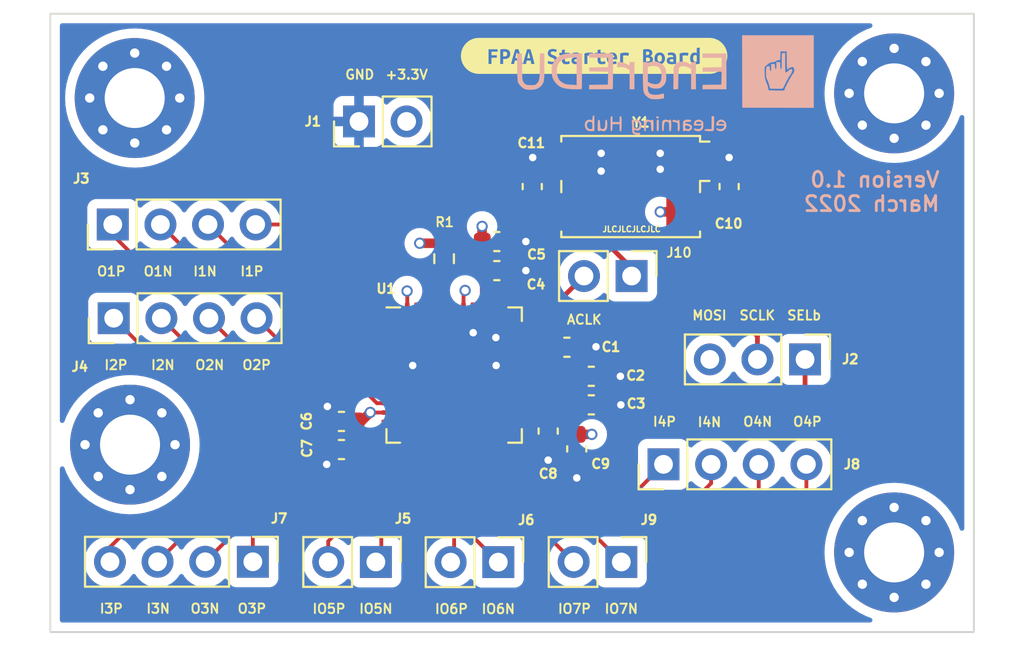
<source format=kicad_pcb>
(kicad_pcb (version 20211014) (generator pcbnew)
  (layers (0 "F.Cu" signal) (1 "In1.Cu" power) (2 "In2.Cu" signal) (31 "B.Cu" power) (34 "B.Paste" user) (35 "F.Paste" user) (36 "B.SilkS" user "B.Silkscreen") (37 "F.SilkS" user "F.Silkscreen") (38 "B.Mask" user) (39 "F.Mask" user) (44 "Edge.Cuts" user))
  (net 0 "")
  (net 1 "/VREFN")
  (net 2 "GND")
  (net 3 "/VMR")
  (net 4 "/VREFP")
  (net 5 "+3V3")
  (net 6 "/SELb")
  (net 7 "/SCLK")
  (net 8 "/MOSI")
  (net 9 "/O1P")
  (net 10 "/O1N")
  (net 11 "/I1N")
  (net 12 "/I1P")
  (net 13 "/I2P")
  (net 14 "/I2N")
  (net 15 "/O2N")
  (net 16 "/O2P")
  (net 17 "/IO5N")
  (net 18 "/IO5P")
  (net 19 "/IO6N")
  (net 20 "/IO6P")
  (net 21 "/O3P")
  (net 22 "/O3N")
  (net 23 "/I3N")
  (net 24 "/I3P")
  (net 25 "/I4P")
  (net 26 "/I4N")
  (net 27 "/O4N")
  (net 28 "/O4P")
  (net 29 "/IO7N")
  (net 30 "/IO7P")
  (net 31 "Net-(R1-Pad2)")
  (net 37 "/ACLK")
  (net 42 "Net-(C11-Pad1)")
  (footprint "MountingHole:MountingHole_3.2mm_M3_Pad_Via" (layer "F.Cu") (at 146.5 93)
    (fp_text reference "H3" hide)
    (fp_text value "MountingHole_Pad")
    (pad "1" thru_hole circle locked (at 1.697056 -1.697056) (size 0.8 0.8) (drill 0.5) (layers *.Cu *.Mask))
    (pad "1" thru_hole circle locked (at -1.697056 1.697056) (size 0.8 0.8) (drill 0.5) (layers *.Cu *.Mask))
    (pad "1" thru_hole circle locked (at 0 0) (size 6.4 6.4) (drill 3.2) (layers *.Cu *.Mask))
    (pad "1" thru_hole circle locked (at -1.697056 -1.697056) (size 0.8 0.8) (drill 0.5) (layers *.Cu *.Mask))
    (pad "1" thru_hole circle locked (at 0 -2.4) (size 0.8 0.8) (drill 0.5) (layers *.Cu *.Mask))
    (pad "1" thru_hole circle locked (at 1.697056 1.697056) (size 0.8 0.8) (drill 0.5) (layers *.Cu *.Mask))
    (pad "1" thru_hole circle locked (at -2.4 0) (size 0.8 0.8) (drill 0.5) (layers *.Cu *.Mask))
    (pad "1" thru_hole circle locked (at 2.4 0) (size 0.8 0.8) (drill 0.5) (layers *.Cu *.Mask))
    (pad "1" thru_hole circle locked (at 0 2.4) (size 0.8 0.8) (drill 0.5) (layers *.Cu *.Mask))
  )
  (footprint "Capacitor_SMD:C_0603_1608Metric" (layer "F.Cu") (at 128.05 111.025 -90)
    (fp_text reference "C8" (at 2.275 0) (layer "F.SilkS") (effects (font (size 0.5 0.5) (thickness 0.12))))
    (fp_text value "100nF")
    (pad "1" smd roundrect locked (at -0.775 0 270) (size 0.9 0.95) (layers "F.Cu" "F.Paste" "F.Mask") (net 5 "+3V3"))
    (pad "2" smd roundrect locked (at 0.775 0 270) (size 0.9 0.95) (layers "F.Cu" "F.Paste" "F.Mask") (net 2 "GND"))
  )
  (footprint "Capacitor_SMD:C_0603_1608Metric" (layer "F.Cu") (at 129.05 106.55)
    (fp_text reference "C1" (at 2.35 -0.015) (layer "F.SilkS") (effects (font (size 0.5 0.5) (thickness 0.12))))
    (fp_text value "100nF")
    (pad "1" smd roundrect locked (at -0.775 0) (size 0.9 0.95) (layers "F.Cu" "F.Paste" "F.Mask") (net 1 "/VREFN"))
    (pad "2" smd roundrect locked (at 0.775 0) (size 0.9 0.95) (layers "F.Cu" "F.Paste" "F.Mask") (net 2 "GND"))
  )
  (footprint "Connector_PinHeader_2.54mm:PinHeader_1x04_P2.54mm_Vertical" (layer "F.Cu") (at 104.88 105 90)
    (fp_text reference "J4" (at -2.59 -1.81 180) (layer "F.SilkS") (effects (font (size 0.5 0.5) (thickness 0.12))))
    (fp_text value "IO2 Connector")
    (pad "1" thru_hole rect locked (at 0 0 90) (size 1.7 1.7) (drill 1) (layers *.Cu *.Mask) (net 13 "/I2P"))
    (pad "2" thru_hole oval locked (at 0 2.54 90) (size 1.7 1.7) (drill 1) (layers *.Cu *.Mask) (net 14 "/I2N"))
    (pad "3" thru_hole oval locked (at 0 5.08 90) (size 1.7 1.7) (drill 1) (layers *.Cu *.Mask) (net 15 "/O2N"))
    (pad "4" thru_hole oval locked (at 0 7.62 90) (size 1.7 1.7) (drill 1) (layers *.Cu *.Mask) (net 16 "/O2P"))
  )
  (footprint "MountingHole:MountingHole_3.2mm_M3_Pad_Via" (layer "F.Cu") (at 106 93.25)
    (fp_text reference "H2" hide)
    (fp_text value "MountingHole_Pad")
    (pad "1" thru_hole circle locked (at -2.4 0) (size 0.8 0.8) (drill 0.5) (layers *.Cu *.Mask))
    (pad "1" thru_hole circle locked (at -1.697056 1.697056) (size 0.8 0.8) (drill 0.5) (layers *.Cu *.Mask))
    (pad "1" thru_hole circle locked (at 0 2.4) (size 0.8 0.8) (drill 0.5) (layers *.Cu *.Mask))
    (pad "1" thru_hole circle locked (at 1.697056 -1.697056) (size 0.8 0.8) (drill 0.5) (layers *.Cu *.Mask))
    (pad "1" thru_hole circle locked (at 1.697056 1.697056) (size 0.8 0.8) (drill 0.5) (layers *.Cu *.Mask))
    (pad "1" thru_hole circle locked (at 0 -2.4) (size 0.8 0.8) (drill 0.5) (layers *.Cu *.Mask))
    (pad "1" thru_hole circle locked (at 0 0) (size 6.4 6.4) (drill 3.2) (layers *.Cu *.Mask))
    (pad "1" thru_hole circle locked (at -1.697056 -1.697056) (size 0.8 0.8) (drill 0.5) (layers *.Cu *.Mask))
    (pad "1" thru_hole circle locked (at 2.4 0) (size 0.8 0.8) (drill 0.5) (layers *.Cu *.Mask))
  )
  (footprint "Connector_PinHeader_2.54mm:PinHeader_1x02_P2.54mm_Vertical" (layer "F.Cu") (at 118.86 118.01 -90)
    (fp_text reference "J5" (at -2.31 -1.45 180) (layer "F.SilkS") (effects (font (size 0.5 0.5) (thickness 0.12))))
    (fp_text value "IO5 Connector")
    (pad "1" thru_hole rect locked (at 0 0 270) (size 1.7 1.7) (drill 1) (layers *.Cu *.Mask) (net 17 "/IO5N"))
    (pad "2" thru_hole oval locked (at 0 2.54 270) (size 1.7 1.7) (drill 1) (layers *.Cu *.Mask) (net 18 "/IO5P"))
  )
  (footprint "Connector_PinHeader_2.54mm:PinHeader_1x02_P2.54mm_Vertical" (layer "F.Cu") (at 117.96 94.5 90)
    (fp_text reference "J1" (at 0 -2.46 180) (layer "F.SilkS") (effects (font (size 0.5 0.5) (thickness 0.12))))
    (fp_text value "Power Connector")
    (pad "1" thru_hole rect locked (at 0 0 90) (size 1.7 1.7) (drill 1) (layers *.Cu *.Mask) (net 2 "GND"))
    (pad "2" thru_hole oval locked (at 0 2.54 90) (size 1.7 1.7) (drill 1) (layers *.Cu *.Mask) (net 5 "+3V3"))
  )
  (footprint "Capacitor_SMD:C_0603_1608Metric" (layer "F.Cu") (at 130.35 109.625)
    (fp_text reference "C3" (at 2.39 -0.065) (layer "F.SilkS") (effects (font (size 0.5 0.5) (thickness 0.12))))
    (fp_text value "100nF")
    (pad "1" smd roundrect locked (at -0.775 0) (size 0.9 0.95) (layers "F.Cu" "F.Paste" "F.Mask") (net 4 "/VREFP"))
    (pad "2" smd roundrect locked (at 0.775 0) (size 0.9 0.95) (layers "F.Cu" "F.Paste" "F.Mask") (net 2 "GND"))
  )
  (footprint "MountingHole:MountingHole_3.2mm_M3_Pad_Via" (layer "F.Cu") (at 146.5 117.5)
    (fp_text reference "H4" hide)
    (fp_text value "MountingHole_Pad")
    (pad "1" thru_hole circle locked (at 2.4 0) (size 0.8 0.8) (drill 0.5) (layers *.Cu *.Mask))
    (pad "1" thru_hole circle locked (at 0 -2.4) (size 0.8 0.8) (drill 0.5) (layers *.Cu *.Mask))
    (pad "1" thru_hole circle locked (at 0 0) (size 6.4 6.4) (drill 3.2) (layers *.Cu *.Mask))
    (pad "1" thru_hole circle locked (at -1.697056 1.697056) (size 0.8 0.8) (drill 0.5) (layers *.Cu *.Mask))
    (pad "1" thru_hole circle locked (at 0 2.4) (size 0.8 0.8) (drill 0.5) (layers *.Cu *.Mask))
    (pad "1" thru_hole circle locked (at -1.697056 -1.697056) (size 0.8 0.8) (drill 0.5) (layers *.Cu *.Mask))
    (pad "1" thru_hole circle locked (at 1.697056 -1.697056) (size 0.8 0.8) (drill 0.5) (layers *.Cu *.Mask))
    (pad "1" thru_hole circle locked (at -2.4 0) (size 0.8 0.8) (drill 0.5) (layers *.Cu *.Mask))
    (pad "1" thru_hole circle locked (at 1.697056 1.697056) (size 0.8 0.8) (drill 0.5) (layers *.Cu *.Mask))
  )
  (footprint "Connector_PinHeader_2.54mm:PinHeader_1x02_P2.54mm_Vertical" (layer "F.Cu") (at 131.95 118.01 -90)
    (fp_text reference "J9" (at -2.25 -1.47 180) (layer "F.SilkS") (effects (font (size 0.5 0.5) (thickness 0.12))))
    (fp_text value "IO7 Connector")
    (pad "1" thru_hole rect locked (at 0 0 270) (size 1.7 1.7) (drill 1) (layers *.Cu *.Mask) (net 29 "/IO7N"))
    (pad "2" thru_hole oval locked (at 0 2.54 270) (size 1.7 1.7) (drill 1) (layers *.Cu *.Mask) (net 30 "/IO7P"))
  )
  (footprint "Connector_PinHeader_2.54mm:PinHeader_1x04_P2.54mm_Vertical" (layer "F.Cu") (at 112.3 118 -90)
    (fp_text reference "J7" (at -2.31 -1.4 180) (layer "F.SilkS") (effects (font (size 0.5 0.5) (thickness 0.12))))
    (fp_text value "IO3 Connector")
    (pad "1" thru_hole rect locked (at 0 0 270) (size 1.7 1.7) (drill 1) (layers *.Cu *.Mask) (net 21 "/O3P"))
    (pad "2" thru_hole oval locked (at 0 2.54 270) (size 1.7 1.7) (drill 1) (layers *.Cu *.Mask) (net 22 "/O3N"))
    (pad "3" thru_hole oval locked (at 0 5.08 270) (size 1.7 1.7) (drill 1) (layers *.Cu *.Mask) (net 23 "/I3N"))
    (pad "4" thru_hole oval locked (at 0 7.62 270) (size 1.7 1.7) (drill 1) (layers *.Cu *.Mask) (net 24 "/I3P"))
  )
  (footprint "Connector_PinHeader_2.54mm:PinHeader_1x03_P2.54mm_Vertical" (layer "F.Cu") (at 141.75 107.2 -90)
    (fp_text reference "J2" (at -0.01 -2.41 180) (layer "F.SilkS") (effects (font (size 0.5 0.5) (thickness 0.12))))
    (fp_text value "SPI Connector")
    (pad "1" thru_hole rect locked (at 0 0 270) (size 1.7 1.7) (drill 1) (layers *.Cu *.Mask) (net 6 "/SELb"))
    (pad "2" thru_hole oval locked (at 0 2.54 270) (size 1.7 1.7) (drill 1) (layers *.Cu *.Mask) (net 7 "/SCLK"))
    (pad "3" thru_hole oval locked (at 0 5.08 270) (size 1.7 1.7) (drill 1) (layers *.Cu *.Mask) (net 8 "/MOSI"))
  )
  (footprint "Capacitor_SMD:C_0603_1608Metric" (layer "F.Cu") (at 129.575 111.975 -90)
    (fp_text reference "C9" (at 0.8 -1.275) (layer "F.SilkS") (effects (font (size 0.5 0.5) (thickness 0.12))))
    (fp_text value "10nF")
    (pad "1" smd roundrect locked (at -0.775 0 270) (size 0.9 0.95) (layers "F.Cu" "F.Paste" "F.Mask") (net 5 "+3V3"))
    (pad "2" smd roundrect locked (at 0.775 0 270) (size 0.9 0.95) (layers "F.Cu" "F.Paste" "F.Mask") (net 2 "GND"))
  )
  (footprint "Connector_PinHeader_2.54mm:PinHeader_1x02_P2.54mm_Vertical" (layer "F.Cu") (at 132.5 102.75 -90)
    (fp_text reference "J10" (at -1.25 -2.525 180) (layer "F.SilkS") (effects (font (size 0.5 0.5) (thickness 0.1))))
    (fp_text value "ACLK Connector")
    (pad "1" thru_hole rect locked (at 0 0 270) (size 1.7 1.7) (drill 1) (layers *.Cu *.Mask) (net 42 "Net-(C11-Pad1)"))
    (pad "2" thru_hole oval locked (at 0 2.54 270) (size 1.7 1.7) (drill 1) (layers *.Cu *.Mask) (net 37 "/ACLK"))
  )
  (footprint "Capacitor_SMD:C_0603_1608Metric" (layer "F.Cu") (at 117.025 112.01 180)
    (fp_text reference "C7" (at 1.835 0.06 270) (layer "F.SilkS") (effects (font (size 0.5 0.5) (thickness 0.12))))
    (fp_text value "10nF")
    (pad "1" smd roundrect locked (at -0.775 0 180) (size 0.9 0.95) (layers "F.Cu" "F.Paste" "F.Mask") (net 5 "+3V3"))
    (pad "2" smd roundrect locked (at 0.775 0 180) (size 0.9 0.95) (layers "F.Cu" "F.Paste" "F.Mask") (net 2 "GND"))
  )
  (footprint "Capacitor_SMD:C_0603_1608Metric" (layer "F.Cu") (at 125.31 102.46)
    (fp_text reference "C4" (at 2.09 0.74) (layer "F.SilkS") (effects (font (size 0.5 0.5) (thickness 0.12))))
    (fp_text value "100nF")
    (pad "1" smd roundrect locked (at -0.775 0) (size 0.9 0.95) (layers "F.Cu" "F.Paste" "F.Mask") (net 5 "+3V3"))
    (pad "2" smd roundrect locked (at 0.775 0) (size 0.9 0.95) (layers "F.Cu" "F.Paste" "F.Mask") (net 2 "GND"))
  )
  (footprint "Capacitor_SMD:C_0603_1608Metric" (layer "F.Cu") (at 117.025 110.51 180)
    (fp_text reference "C6" (at 1.86 0.01 270) (layer "F.SilkS") (effects (font (size 0.5 0.5) (thickness 0.12))))
    (fp_text value "100nF")
    (pad "1" smd roundrect locked (at -0.775 0 180) (size 0.9 0.95) (layers "F.Cu" "F.Paste" "F.Mask") (net 5 "+3V3"))
    (pad "2" smd roundrect locked (at 0.775 0 180) (size 0.9 0.95) (layers "F.Cu" "F.Paste" "F.Mask") (net 2 "GND"))
  )
  (footprint "Capacitor_SMD:C_0603_1608Metric" (layer "F.Cu") (at 125.31 100.91)
    (fp_text reference "C5" (at 2.115 0.69) (layer "F.SilkS") (effects (font (size 0.5 0.5) (thickness 0.12))))
    (fp_text value "10nF")
    (pad "1" smd roundrect locked (at -0.775 0) (size 0.9 0.95) (layers "F.Cu" "F.Paste" "F.Mask") (net 5 "+3V3"))
    (pad "2" smd roundrect locked (at 0.775 0) (size 0.9 0.95) (layers "F.Cu" "F.Paste" "F.Mask") (net 2 "GND"))
  )
  (footprint "Capacitor_SMD:C_0603_1608Metric" (layer "F.Cu") (at 137.7 97.975 90)
    (fp_text reference "C10" (at -1.975 -0.025 180) (layer "F.SilkS") (effects (font (size 0.5 0.5) (thickness 0.12))))
    (fp_text value "100nF")
    (pad "1" smd roundrect locked (at -0.775 0 90) (size 0.9 0.95) (layers "F.Cu" "F.Paste" "F.Mask") (net 5 "+3V3"))
    (pad "2" smd roundrect locked (at 0.775 0 90) (size 0.9 0.95) (layers "F.Cu" "F.Paste" "F.Mask") (net 2 "GND"))
  )
  (footprint "Crystal:Crystal_SMD_7050-4Pin_7.0x5.0mm" (layer "F.Cu") (at 132.45 97.975 180)
    (fp_text reference "Y1" (at -0.55 3.425 180) (layer "F.SilkS") (effects (font (size 0.5 0.5) (thickness 0.12))))
    (fp_text value "12SMX-B")
    (pad "1" smd rect locked (at -2.95 1.35 180) (size 2.1 1.7) (layers "F.Cu" "F.Paste" "F.Mask") (net 2 "GND"))
    (pad "2" smd rect locked (at 2.95 1.35 180) (size 2.1 1.7) (layers "F.Cu" "F.Paste" "F.Mask") (net 2 "GND"))
    (pad "3" smd rect locked (at 2.95 -1.35 180) (size 2.1 1.7) (layers "F.Cu" "F.Paste" "F.Mask") (net 42 "Net-(C11-Pad1)"))
    (pad "4" smd rect locked (at -2.95 -1.35 180) (size 2.1 1.7) (layers "F.Cu" "F.Paste" "F.Mask") (net 5 "+3V3"))
  )
  (footprint "Capacitor_SMD:C_0603_1608Metric" (layer "F.Cu") (at 130.35 108.1)
    (fp_text reference "C2" (at 2.365 -0.04) (layer "F.SilkS") (effects (font (size 0.5 0.5) (thickness 0.12))))
    (fp_text value "100nF")
    (pad "1" smd roundrect locked (at -0.775 0) (size 0.9 0.95) (layers "F.Cu" "F.Paste" "F.Mask") (net 3 "/VMR"))
    (pad "2" smd roundrect locked (at 0.775 0) (size 0.9 0.95) (layers "F.Cu" "F.Paste" "F.Mask") (net 2 "GND"))
  )
  (footprint "kibuzzard-623065F3" (layer "F.Cu") (at 130.5 91)
    (fp_text reference "kibuzzard-623065F3" hide)
    (fp_text value "G***" hide)
  )
  (footprint "Resistor_SMD:R_0603_1608Metric" (layer "F.Cu") (at 122.5 101.825 -90)
    (fp_text reference "R1" (at -1.95 -0.025) (layer "F.SilkS") (effects (font (size 0.5 0.5) (thickness 0.1))))
    (fp_text value "10k")
    (pad "1" smd roundrect locked (at -0.825 0 270) (size 0.8 0.95) (layers "F.Cu" "F.Paste" "F.Mask") (net 5 "+3V3"))
    (pad "2" smd roundrect locked (at 0.825 0 270) (size 0.8 0.95) (layers "F.Cu" "F.Paste" "F.Mask") (net 31 "Net-(R1-Pad2)"))
  )
  (footprint "Capacitor_SMD:C_0603_1608Metric" (layer "F.Cu") (at 127.2 97.975 90)
    (fp_text reference "C11" (at 2.325 -0.05 180) (layer "F.SilkS") (effects (font (size 0.5 0.5) (thickness 0.12))))
    (fp_text value "100pF")
    (pad "1" smd roundrect locked (at -0.775 0 90) (size 0.9 0.95) (layers "F.Cu" "F.Paste" "F.Mask") (net 42 "Net-(C11-Pad1)"))
    (pad "2" smd roundrect locked (at 0.775 0 90) (size 0.9 0.95) (layers "F.Cu" "F.Paste" "F.Mask") (net 2 "GND"))
  )
  (footprint "Connector_PinHeader_2.54mm:PinHeader_1x04_P2.54mm_Vertical" (layer "F.Cu") (at 134.2 112.8 90)
    (fp_text reference "J8" (at 0 10.05) (layer "F.SilkS") (effects (font (size 0.5 0.5) (thickness 0.12))))
    (fp_text value "IO4 Connector")
    (pad "1" thru_hole rect locked (at 0 0 90) (size 1.7 1.7) (drill 1) (layers *.Cu *.Mask) (net 25 "/I4P"))
    (pad "2" thru_hole oval locked (at 0 2.54 90) (size 1.7 1.7) (drill 1) (layers *.Cu *.Mask) (net 26 "/I4N"))
    (pad "3" thru_hole oval locked (at 0 5.08 90) (size 1.7 1.7) (drill 1) (layers *.Cu *.Mask) (net 27 "/O4N"))
    (pad "4" thru_hole oval locked (at 0 7.62 90) (size 1.7 1.7) (drill 1) (layers *.Cu *.Mask) (net 28 "/O4P"))
  )
  (footprint "MountingHole:MountingHole_3.2mm_M3_Pad_Via" (layer "F.Cu") (at 105.75 111.75)
    (fp_text reference "H1" hide)
    (fp_text value "MountingHole_Pad")
    (pad "1" thru_hole circle locked (at 0 0) (size 6.4 6.4) (drill 3.2) (layers *.Cu *.Mask))
    (pad "1" thru_hole circle locked (at 0 2.4) (size 0.8 0.8) (drill 0.5) (layers *.Cu *.Mask))
    (pad "1" thru_hole circle locked (at -1.697056 -1.697056) (size 0.8 0.8) (drill 0.5) (layers *.Cu *.Mask))
    (pad "1" thru_hole circle locked (at 1.697056 1.697056) (size 0.8 0.8) (drill 0.5) (layers *.Cu *.Mask))
    (pad "1" thru_hole circle locked (at -2.4 0) (size 0.8 0.8) (drill 0.5) (layers *.Cu *.Mask))
    (pad "1" thru_hole circle locked (at 0 -2.4) (size 0.8 0.8) (drill 0.5) (layers *.Cu *.Mask))
    (pad "1" thru_hole circle locked (at 2.4 0) (size 0.8 0.8) (drill 0.5) (layers *.Cu *.Mask))
    (pad "1" thru_hole circle locked (at 1.697056 -1.697056) (size 0.8 0.8) (drill 0.5) (layers *.Cu *.Mask))
    (pad "1" thru_hole circle locked (at -1.697056 1.697056) (size 0.8 0.8) (drill 0.5) (layers *.Cu *.Mask))
  )
  (footprint "Connector_PinHeader_2.54mm:PinHeader_1x02_P2.54mm_Vertical" (layer "F.Cu") (at 125.39 118.02 -90)
    (fp_text reference "J6" (at -2.25 -1.49 180) (layer "F.SilkS") (effects (font (size 0.5 0.5) (thickness 0.12))))
    (fp_text value "IO6 Connector")
    (pad "1" thru_hole rect locked (at 0 0 270) (size 1.7 1.7) (drill 1) (layers *.Cu *.Mask) (net 19 "/IO6N"))
    (pad "2" thru_hole oval locked (at 0 2.54 270) (size 1.7 1.7) (drill 1) (layers *.Cu *.Mask) (net 20 "/IO6P"))
  )
  (footprint "Package_DFN_QFN:QFN-44-1EP_7x7mm_P0.5mm_EP5.15x5.15mm" (layer "F.Cu") (at 123.035 108.035)
    (fp_text reference "U1" (at -3.635 -4.61) (layer "F.SilkS") (effects (font (size 0.5 0.5) (thickness 0.12))))
    (fp_text value "OTC24000")
    (pad "1" smd roundrect locked (at -3.4375 -2.5) (size 0.875 0.25) (layers "F.Cu" "F.Paste" "F.Mask") (net 12 "/I1P"))
    (pad "2" smd roundrect locked (at -3.4375 -2) (size 0.875 0.25) (layers "F.Cu" "F.Paste" "F.Mask") (net 11 "/I1N"))
    (pad "3" smd roundrect locked (at -3.4375 -1.5) (size 0.875 0.25) (layers "F.Cu" "F.Paste" "F.Mask") (net 10 "/O1N"))
    (pad "4" smd roundrect locked (at -3.4375 -1) (size 0.875 0.25) (layers "F.Cu" "F.Paste" "F.Mask") (net 9 "/O1P"))
    (pad "5" smd roundrect locked (at -3.4375 -0.5) (size 0.875 0.25) (layers "F.Cu" "F.Paste" "F.Mask") (net 2 "GND"))
    (pad "6" smd roundrect locked (at -3.4375 0) (size 0.875 0.25) (layers "F.Cu" "F.Paste" "F.Mask") (net 16 "/O2P"))
    (pad "7" smd roundrect locked (at -3.4375 0.5) (size 0.875 0.25) (layers "F.Cu" "F.Paste" "F.Mask") (net 15 "/O2N"))
    (pad "8" smd roundrect locked (at -3.4375 1) (size 0.875 0.25) (layers "F.Cu" "F.Paste" "F.Mask") (net 14 "/I2N"))
    (pad "9" smd roundrect locked (at -3.4375 1.5) (size 0.875 0.25) (layers "F.Cu" "F.Paste" "F.Mask") (net 13 "/I2P"))
    (pad "10" smd roundrect locked (at -3.4375 2) (size 0.875 0.25) (layers "F.Cu" "F.Paste" "F.Mask") (net 5 "+3V3"))
    (pad "11" smd roundrect locked (at -3.4375 2.5) (size 0.875 0.25) (layers "F.Cu" "F.Paste" "F.Mask") (net 24 "/I3P"))
    (pad "12" smd roundrect locked (at -2.5 3.4375) (size 0.25 0.875) (layers "F.Cu" "F.Paste" "F.Mask") (net 23 "/I3N"))
    (pad "13" smd roundrect locked (at -2 3.4375) (size 0.25 0.875) (layers "F.Cu" "F.Paste" "F.Mask") (net 22 "/O3N"))
    (pad "14" smd roundrect locked (at -1.5 3.4375) (size 0.25 0.875) (layers "F.Cu" "F.Paste" "F.Mask") (net 21 "/O3P"))
    (pad "15" smd roundrect locked (at -1 3.4375) (size 0.25 0.875) (layers "F.Cu" "F.Paste" "F.Mask") (net 18 "/IO5P"))
    (pad "16" smd roundrect locked (at -0.5 3.4375) (size 0.25 0.875) (layers "F.Cu" "F.Paste" "F.Mask") (net 17 "/IO5N"))
    (pad "17" smd roundrect locked (at 0 3.4375) (size 0.25 0.875) (layers "F.Cu" "F.Paste" "F.Mask") (net 20 "/IO6P"))
    (pad "18" smd roundrect locked (at 0.5 3.4375) (size 0.25 0.875) (layers "F.Cu" "F.Paste" "F.Mask") (net 19 "/IO6N"))
    (pad "19" smd roundrect locked (at 1 3.4375) (size 0.25 0.875) (layers "F.Cu" "F.Paste" "F.Mask") (net 30 "/IO7P"))
    (pad "20" smd roundrect locked (at 1.5 3.4375) (size 0.25 0.875) (layers "F.Cu" "F.Paste" "F.Mask") (net 29 "/IO7N"))
    (pad "21" smd roundrect locked (at 2 3.4375) (size 0.25 0.875) (layers "F.Cu" "F.Paste" "F.Mask") (net 28 "/O4P"))
    (pad "22" smd roundrect locked (at 2.5 3.4375) (size 0.25 0.875) (layers "F.Cu" "F.Paste" "F.Mask") (net 27 "/O4N"))
    (pad "23" smd roundrect locked (at 3.4375 2.5) (size 0.875 0.25) (layers "F.Cu" "F.Paste" "F.Mask") (net 26 "/I4N"))
    (pad "24" smd roundrect locked (at 3.4375 2) (size 0.875 0.25) (layers "F.Cu" "F.Paste" "F.Mask") (net 25 "/I4P"))
    (pad "25" smd roundrect locked (at 3.4375 1.5) (size 0.875 0.25) (layers "F.Cu" "F.Paste" "F.Mask") (net 5 "+3V3"))
    (pad "26" smd roundrect locked (at 3.4375 1) (size 0.875 0.25) (layers "F.Cu" "F.Paste" "F.Mask") (net 4 "/VREFP"))
    (pad "27" smd roundrect locked (at 3.4375 0.5) (size 0.875 0.25) (layers "F.Cu" "F.Paste" "F.Mask") (net 3 "/VMR"))
    (pad "28" smd roundrect locked (at 3.4375 0) (size 0.875 0.25) (layers "F.Cu" "F.Paste" "F.Mask") (net 1 "/VREFN"))
    (pad "29" smd roundrect locked (at 3.4375 -0.5) (size 0.875 0.25) (layers "F.Cu" "F.Paste" "F.Mask") (net 2 "GND"))
    (pad "30" smd roundrect locked (at 3.4375 -1) (size 0.875 0.25) (layers "F.Cu" "F.Paste" "F.Mask"))
    (pad "31" smd roundrect locked (at 3.4375 -1.5) (size 0.875 0.25) (layers "F.Cu" "F.Paste" "F.Mask") (net 6 "/SELb"))
    (pad "32" smd roundrect locked (at 3.4375 -2) (size 0.875 0.25) (layers "F.Cu" "F.Paste" "F.Mask") (net 2 "GND"))
    (pad "33" smd roundrect locked (at 3.4375 -2.5) (size 0.875 0.25) (layers "F.Cu" "F.Paste" "F.Mask") (net 7 "/SCLK"))
    (pad "34" smd roundrect locked (at 2.5 -3.4375) (size 0.25 0.875) (layers "F.Cu" "F.Paste" "F.Mask") (net 37 "/ACLK"))
    (pad "35" smd roundrect locked (at 2 -3.4375) (size 0.25 0.875) (layers "F.Cu" "F.Paste" "F.Mask") (net 2 "GND"))
    (pad "36" smd roundrect locked (at 1.5 -3.4375) (size 0.25 0.875) (layers "F.Cu" "F.Paste" "F.Mask") (net 5 "+3V3"))
    (pad "37" smd roundrect locked (at 1 -3.4375) (size 0.25 0.875) (layers "F.Cu" "F.Paste" "F.Mask") (net 2 "GND"))
    (pad "38" smd roundrect locked (at 0.5 -3.4375) (size 0.25 0.875) (layers "F.Cu" "F.Paste" "F.Mask") (net 8 "/MOSI"))
    (pad "39" smd roundrect locked (at 0 -3.4375) (size 0.25 0.875) (layers "F.Cu" "F.Paste" "F.Mask"))
    (pad "40" smd roundrect locked (at -0.5 -3.4375) (size 0.25 0.875) (layers "F.Cu" "F.Paste" "F.Mask") (net 31 "Net-(R1-Pad2)"))
    (pad "41" smd roundrect locked (at -1 -3.4375) (size 0.25 0.875) (layers "F.Cu" "F.Paste" "F.Mask"))
    (pad "42" smd roundrect locked (at -1.5 -3.4375) (size 0.25 0.875) (layers "F.Cu" "F.Paste" "F.Mask"))
    (pad "43" smd roundrect locked (at -2 -3.4375) (size 0.25 0.875) (layers "F.Cu" "F.Paste" "F.Mask"))
    (pad "44" smd roundrect locked (at -2.5 -3.4375) (size 0.25 0.875) (layers "F.Cu" "F.Paste" "F.Mask") (net 5 "+3V3"))
    (pad "45" smd rect locked (at 0 0) (size 5.15 5.15) (layers "F.Cu" "F.Mask") (net 2 "GND"))
  )
  (footprint "Connector_PinHeader_2.54mm:PinHeader_1x04_P2.54mm_Vertical" (layer "F.Cu") (at 104.83 100 90)
    (fp_text reference "J3" (at 2.45 -1.68 180) (layer "F.SilkS") (effects (font (size 0.5 0.5) (thickness 0.12))))
    (fp_text value "IO1 Connector")
    (pad "1" thru_hole rect locked (at 0 0 90) (size 1.7 1.7) (drill 1) (layers *.Cu *.Mask) (net 9 "/O1P"))
    (pad "2" thru_hole oval locked (at 0 2.54 90) (size 1.7 1.7) (drill 1) (layers *.Cu *.Mask) (net 10 "/O1N"))
    (pad "3" thru_hole oval locked (at 0 5.08 90) (size 1.7 1.7) (drill 1) (layers *.Cu *.Mask) (net 11 "/I1N"))
    (pad "4" thru_hole oval locked (at 0 7.62 90) (size 1.7 1.7) (drill 1) (layers *.Cu *.Mask) (net 12 "/I1P"))
  )
  (footprint "EngrEDU:engreedu_logo" (layer "B.Cu") (at 134.25 92.5 180)
    (fp_text reference "G***" hide)
    (fp_text value "LOGO" hide)
  )
  (gr_rect (start 101.5 88.75) (end 150.75 121.75) (layer "Edge.Cuts") (width 0.1) (fill none))
  (gr_text "Version 1.0\nMarch 2022" (at 149 98.25) (layer "B.SilkS") (effects (font (size 0.8 0.8)) (justify left mirror)))
  (gr_text "O4P\n" (at 141.875 110.525) (layer "F.SilkS") (effects (font (size 0.5 0.5) (thickness 0.1))))
  (gr_text "O3P" (at 112.25 120.5) (layer "F.SilkS") (effects (font (size 0.5 0.5) (thickness 0.1))))
  (gr_text "IO7N" (at 131.95 120.51) (layer "F.SilkS") (effects (font (size 0.5 0.5) (thickness 0.1))))
  (gr_text "IO7P" (at 129.45 120.51) (layer "F.SilkS") (effects (font (size 0.5 0.5) (thickness 0.1))))
  (gr_text "O2N" (at 110 107.5) (layer "F.SilkS") (effects (font (size 0.5 0.5) (thickness 0.1))))
  (gr_text "I4N" (at 136.65 110.55) (layer "F.SilkS") (effects (font (size 0.5 0.5) (thickness 0.1))))
  (gr_text "I1N" (at 109.75 102.5) (layer "F.SilkS") (effects (font (size 0.5 0.5) (thickness 0.1))))
  (gr_text "SCLK" (at 139.2 104.85) (layer "F.SilkS") (effects (font (size 0.5 0.5) (thickness 0.1))))
  (gr_text "O4N" (at 139.225 110.525) (layer "F.SilkS") (effects (font (size 0.5 0.5) (thickness 0.1))))
  (gr_text "I2N" (at 107.5 107.5) (layer "F.SilkS") (effects (font (size 0.5 0.5) (thickness 0.1))))
  (gr_text "MOSI\n" (at 136.65 104.85) (layer "F.SilkS") (effects (font (size 0.5 0.5) (thickness 0.1))))
  (gr_text "O1P" (at 104.75 102.5) (layer "F.SilkS") (effects (font (size 0.5 0.5) (thickness 0.1))))
  (gr_text "IO5P\n" (at 116.36 120.51) (layer "F.SilkS") (effects (font (size 0.5 0.5) (thickness 0.1))))
  (gr_text "IO5N" (at 118.86 120.51) (layer "F.SilkS") (effects (font (size 0.5 0.5) (thickness 0.1))))
  (gr_text "I3N" (at 107.25 120.5) (layer "F.SilkS") (effects (font (size 0.5 0.5) (thickness 0.1))))
  (gr_text "IO6P\n" (at 122.89 120.52) (layer "F.SilkS") (effects (font (size 0.5 0.5) (thickness 0.1))))
  (gr_text "I4P" (at 134.25 110.525) (layer "F.SilkS") (effects (font (size 0.5 0.5) (thickness 0.1))))
  (gr_text "SELb" (at 141.7 104.85) (layer "F.SilkS") (effects (font (size 0.5 0.5) (thickness 0.1))))
  (gr_text "I2P\n" (at 105 107.5) (layer "F.SilkS") (effects (font (size 0.5 0.5) (thickness 0.1))))
  (gr_text "+3.3V\n" (at 120.5 92) (layer "F.SilkS") (effects (font (size 0.5 0.5) (thickness 0.1))))
  (gr_text "IO6N" (at 125.39 120.52) (layer "F.SilkS") (effects (font (size 0.5 0.5) (thickness 0.1))))
  (gr_text "GND" (at 118 92) (layer "F.SilkS") (effects (font (size 0.5 0.5) (thickness 0.1))))
  (gr_text "JLCJLCJLCJLC" (at 132.5 100.25) (layer "F.SilkS") (effects (font (size 0.3 0.3) (thickness 0.075))))
  (gr_text "O2P" (at 112.5 107.5) (layer "F.SilkS") (effects (font (size 0.5 0.5) (thickness 0.1))))
  (gr_text "ACLK" (at 129.975 105.075) (layer "F.SilkS") (effects (font (size 0.5 0.5) (thickness 0.1))))
  (gr_text "I3P" (at 104.75 120.5) (layer "F.SilkS") (effects (font (size 0.5 0.5) (thickness 0.1))))
  (gr_text "I1P" (at 112.25 102.5) (layer "F.SilkS") (effects (font (size 0.5 0.5) (thickness 0.1))))
  (gr_text "O3N" (at 109.75 120.5) (layer "F.SilkS") (effects (font (size 0.5 0.5) (thickness 0.1))))
  (gr_text "O1N" (at 107.25 102.5) (layer "F.SilkS") (effects (font (size 0.5 0.5) (thickness 0.1))))
  (segment (start 128.275 107.3) (end 128.275 106.55) (width 0.2032) (layer "F.Cu") (net 1))
  (segment (start 127.54 108.035) (end 128.275 107.3) (width 0.2032) (layer "F.Cu") (net 1))
  (segment (start 126.4725 108.035) (end 127.54 108.035) (width 0.2032) (layer "F.Cu") (net 1))
  (segment (start 130.025 97.15) (end 129.5 96.625) (width 0.508) (layer "F.Cu") (net 2))
  (segment (start 125.035 104.5975) (end 125.035 105.81) (width 0.2032) (layer "F.Cu") (net 2))
  (segment (start 128.05 112.575) (end 128.05 111.8) (width 0.508) (layer "F.Cu") (net 2))
  (segment (start 134.975 97.05) (end 135.3875 96.6375) (width 0.508) (layer "F.Cu") (net 2))
  (segment (start 116.24 112.8) (end 116.24 112.02) (width 0.508) (layer "F.Cu") (net 2))
  (segment (start 131.125 109.625) (end 131.925 109.625) (width 0.508) (layer "F.Cu") (net 2))
  (segment (start 131.125 108.1) (end 131.9 108.1) (width 0.508) (layer "F.Cu") (net 2))
  (segment (start 120.815 107.535) (end 120.825 107.525) (width 0.2032) (layer "F.Cu") (net 2))
  (segment (start 127.225 97.175) (end 127.2 97.2) (width 0.508) (layer "F.Cu") (net 2))
  (segment (start 126.4725 106.035) (end 125.26 106.035) (width 0.254) (layer "F.Cu") (net 2))
  (segment (start 116.275 110.485) (end 116.25 110.51) (width 0.508) (layer "F.Cu") (net 2))
  (segment (start 124.035 104.5975) (end 124.035 105.76) (width 0.2032) (layer "F.Cu") (net 2))
  (segment (start 134.025 96.2) (end 134.975 96.2) (width 0.508) (layer "F.Cu") (net 2))
  (segment (start 130.875 97.15) (end 130.025 97.15) (width 0.508) (layer "F.Cu") (net 2))
  (segment (start 126.085 100.91) (end 126.86 100.91) (width 0.508) (layer "F.Cu") (net 2))
  (segment (start 126.085 102.46) (end 126.86 102.46) (width 0.508) (layer "F.Cu") (net 2))
  (segment (start 134.025 97.05) (end 134.975 97.05) (width 0.508) (layer "F.Cu") (net 2))
  (segment (start 125.285 107.535) (end 125.275 107.525) (width 0.2032) (layer "F.Cu") (net 2))
  (segment (start 116.275 109.71) (end 116.275 110.485) (width 0.508) (layer "F.Cu") (net 2))
  (segment (start 130.875 96.2) (end 129.925 96.2) (width 0.508) (layer "F.Cu") (net 2))
  (segment (start 125.035 105.81) (end 125.26 106.035) (width 0.2032) (layer "F.Cu") (net 2))
  (segment (start 129.85 106.525) (end 130.6 106.525) (width 0.508) (layer "F.Cu") (net 2))
  (segment (start 137.7 97.2) (end 137.7 96.425) (width 0.508) (layer "F.Cu") (net 2))
  (segment (start 126.4725 107.535) (end 125.285 107.535) (width 0.2032) (layer "F.Cu") (net 2))
  (segment (start 129.825 106.55) (end 129.85 106.525) (width 0.508) (layer "F.Cu") (net 2))
  (segment (start 124.31 105.935) (end 124.035 105.66) (width 0.254) (layer "F.Cu") (net 2))
  (segment (start 124.035 105.76) (end 124.05 105.775) (width 0.2032) (layer "F.Cu") (net 2))
  (segment (start 129.575 112.75) (end 129.575 113.525) (width 0.508) (layer "F.Cu") (net 2))
  (segment (start 135.3875 96.6375) (end 135.4 96.625) (width 0.508) (layer "F.Cu") (net 2))
  (segment (start 119.5975 107.535) (end 120.815 107.535) (width 0.2032) (layer "F.Cu") (net 2))
  (segment (start 116.24 112.02) (end 116.25 112.01) (width 0.508) (layer "F.Cu") (net 2))
  (segment (start 134.975 96.2) (end 135.4 96.625) (width 0.508) (layer "F.Cu") (net 2))
  (segment (start 129.5 96.625) (end 129.95 96.175) (width 0.508) (layer "F.Cu") (net 2))
  (segment (start 127.225 96.425) (end 127.225 97.175) (width 0.508) (layer "F.Cu") (net 2))
  (via (at 125.275 107.525) (size 0.6) (drill 0.4) (layers "F.Cu" "B.Cu") (net 2))
  (via (at 125.26 106.035) (size 0.6) (drill 0.4) (layers "F.Cu" "B.Cu") (net 2))
  (via (at 116.275 109.71) (size 0.6) (drill 0.4) (layers "F.Cu" "B.Cu") (net 2))
  (via (at 129.575 113.525) (size 0.6) (drill 0.4) (layers "F.Cu" "B.Cu") (net 2))
  (via (at 116.24 112.8) (size 0.6) (drill 0.4) (layers "F.Cu" "B.Cu") (net 2))
  (via (at 134.025 96.2) (size 0.6) (drill 0.4) (layers "F.Cu" "B.Cu") (net 2))
  (via (at 124.05 105.775) (size 0.6) (drill 0.4) (layers "F.Cu" "B.Cu") (net 2))
  (via (at 131.925 109.625) (size 0.6) (drill 0.4) (layers "F.Cu" "B.Cu") (net 2))
  (via (at 130.875 96.2) (size 0.6) (drill 0.4) (layers "F.Cu" "B.Cu") (net 2))
  (via (at 130.875 97.15) (size 0.6) (drill 0.4) (layers "F.Cu" "B.Cu") (net 2))
  (via (at 127.225 96.425) (size 0.6) (drill 0.4) (layers "F.Cu" "B.Cu") (net 2))
  (via (at 126.86 100.91) (size 0.6) (drill 0.4) (layers "F.Cu" "B.Cu") (net 2))
  (via (at 134.025 97.05) (size 0.6) (drill 0.4) (layers "F.Cu" "B.Cu") (net 2))
  (via (at 130.6 106.525) (size 0.6) (drill 0.4) (layers "F.Cu" "B.Cu") (net 2))
  (via (at 131.9 108.1) (size 0.6) (drill 0.4) (layers "F.Cu" "B.Cu") (net 2))
  (via (at 120.825 107.525) (size 0.6) (drill 0.4) (layers "F.Cu" "B.Cu") (net 2))
  (via (at 137.7 96.425) (size 0.6) (drill 0.4) (layers "F.Cu" "B.Cu") (net 2))
  (via (at 126.86 102.46) (size 0.6) (drill 0.4) (layers "F.Cu" "B.Cu") (net 2))
  (via (at 128.05 112.575) (size 0.6) (drill 0.4) (layers "F.Cu" "B.Cu") (net 2))
  (segment (start 129.14 108.535) (end 129.575 108.1) (width 0.2032) (layer "F.Cu") (net 3))
  (segment (start 126.4725 108.535) (end 129.14 108.535) (width 0.2032) (layer "F.Cu") (net 3))
  (segment (start 128.985 109.035) (end 129.575 109.625) (width 0.2032) (layer "F.Cu") (net 4))
  (segment (start 126.4725 109.035) (end 128.985 109.035) (width 0.2032) (layer "F.Cu") (net 4))
  (segment (start 117.8 112.01) (end 117.8 110.51) (width 0.508) (layer "F.Cu") (net 5))
  (segment (start 119.5975 110.035) (end 118.565 110.035) (width 0.2032) (layer "F.Cu") (net 5))
  (segment (start 117.8 110.51) (end 118.08 110.51) (width 0.508) (layer "F.Cu") (net 5))
  (segment (start 118.565 110.035) (end 118.56 110.03) (width 0.2032) (layer "F.Cu") (net 5))
  (segment (start 121.2 101) (end 122.5 101) (width 0.508) (layer "F.Cu") (net 5))
  (segment (start 135.4 99.325) (end 134.025 99.325) (width 0.508) (layer "F.Cu") (net 5))
  (segment (start 124.525 100.9) (end 124.535 100.91) (width 0.508) (layer "F.Cu") (net 5))
  (segment (start 126.4725 109.535) (end 127.335 109.535) (width 0.2032) (layer "F.Cu") (net 5))
  (segment (start 124.535 100.91) (end 124.535 102.46) (width 0.508) (layer "F.Cu") (net 5))
  (segment (start 120.535 103.56) (end 120.525 103.55) (width 0.2032) (layer "F.Cu") (net 5))
  (segment (start 137.7 98.75) (end 135.975 98.75) (width 0.508) (layer "F.Cu") (net 5))
  (segment (start 127.335 109.535) (end 128.05 110.25) (width 0.2032) (layer "F.Cu") (net 5))
  (segment (start 124.535 104.5975) (end 124.535 102.46) (width 0.254) (layer "F.Cu") (net 5))
  (segment (start 130.375 111.2) (end 129.575 111.2) (width 0.508) (layer "F.Cu") (net 5))
  (segment (start 124.525 100.1) (end 124.525 100.9) (width 0.508) (layer "F.Cu") (net 5))
  (segment (start 118.08 110.51) (end 118.56 110.03) (width 0.508) (layer "F.Cu") (net 5))
  (segment (start 120.535 104.5975) (end 120.535 103.56) (width 0.2032) (layer "F.Cu") (net 5))
  (segment (start 129 111.2) (end 128.05 110.25) (width 0.508) (layer "F.Cu") (net 5))
  (segment (start 129.575 111.2) (end 129 111.2) (width 0.508) (layer "F.Cu") (net 5))
  (segment (start 135.975 98.75) (end 135.4 99.325) (width 0.508) (layer "F.Cu") (net 5))
  (via (at 130.375 111.2) (size 0.6) (drill 0.4) (layers "F.Cu" "B.Cu") (net 5))
  (via (at 121.2 101) (size 0.6) (drill 0.4) (layers "F.Cu" "B.Cu") (net 5))
  (via (at 124.525 100.1) (size 0.6) (drill 0.4) (layers "F.Cu" "B.Cu") (net 5))
  (via (at 134.025 99.325) (size 0.6) (drill 0.4) (layers "F.Cu" "B.Cu") (net 5))
  (via (at 118.56 110.03) (size 0.6) (drill 0.4) (layers "F.Cu" "B.Cu") (net 5))
  (via (at 120.525 103.55) (size 0.6) (drill 0.4) (layers "F.Cu" "B.Cu") (net 5))
  (segment (start 141.75 108.75) (end 141.75 107.2) (width 0.254) (layer "F.Cu") (net 6))
  (segment (start 126.965 106.535) (end 128 105.5) (width 0.254) (layer "F.Cu") (net 6))
  (segment (start 141.5 109) (end 141.75 108.75) (width 0.254) (layer "F.Cu") (net 6))
  (segment (start 134.5 106.5) (end 134.5 108.5) (width 0.254) (layer "F.Cu") (net 6))
  (segment (start 126.4725 106.535) (end 126.965 106.535) (width 0.254) (layer "F.Cu") (net 6))
  (segment (start 134.5 108.5) (end 135 109) (width 0.254) (layer "F.Cu") (net 6))
  (segment (start 128 105.5) (end 133.5 105.5) (width 0.254) (layer "F.Cu") (net 6))
  (segment (start 133.5 105.5) (end 134.5 106.5) (width 0.254) (layer "F.Cu") (net 6))
  (segment (start 135 109) (end 141.5 109) (width 0.254) (layer "F.Cu") (net 6))
  (segment (start 126.4725 105.535) (end 126.965 105.535) (width 0.254) (layer "F.Cu") (net 7))
  (segment (start 139.21 105.96) (end 139.21 107.2) (width 0.254) (layer "F.Cu") (net 7))
  (segment (start 138 104.75) (end 139.21 105.96) (width 0.254) (layer "F.Cu") (net 7))
  (segment (start 126.965 105.535) (end 127.75 104.75) (width 0.254) (layer "F.Cu") (net 7))
  (segment (start 127.75 104.75) (end 138 104.75) (width 0.254) (layer "F.Cu") (net 7))
  (segment (start 123.535 103.605) (end 123.62 103.52) (width 0.2032) (layer "F.Cu") (net 8))
  (segment (start 123.535 104.5975) (end 123.535 103.605) (width 0.2032) (layer "F.Cu") (net 8))
  (via (at 123.62 103.52) (size 0.6) (drill 0.4) (layers "F.Cu" "B.Cu") (net 8))
  (segment (start 119.5975 107.035) (end 116.425 107.035) (width 0.2032) (layer "F.Cu") (net 9))
  (segment (start 116.425 107.035) (end 114.85 105.46) (width 0.2032) (layer "F.Cu") (net 9))
  (segment (start 114.125 103.075) (end 107.35 103.075) (width 0.2032) (layer "F.Cu") (net 9))
  (segment (start 107.35 103.075) (end 104.83 100.555) (width 0.2032) (layer "F.Cu") (net 9))
  (segment (start 104.83 100.555) (end 104.83 100) (width 0.2032) (layer "F.Cu") (net 9))
  (segment (start 114.85 105.46) (end 114.85 103.8) (width 0.2032) (layer "F.Cu") (net 9))
  (segment (start 114.85 103.8) (end 114.125 103.075) (width 0.2032) (layer "F.Cu") (net 9))
  (segment (start 119.5975 106.535) (end 116.755 106.535) (width 0.2032) (layer "F.Cu") (net 10))
  (segment (start 114.8 102.4) (end 109.77 102.4) (width 0.2032) (layer "F.Cu") (net 10))
  (segment (start 115.8 103.4) (end 114.8 102.4) (width 0.2032) (layer "F.Cu") (net 10))
  (segment (start 116.755 106.535) (end 115.8 105.58) (width 0.2032) (layer "F.Cu") (net 10))
  (segment (start 115.8 105.58) (end 115.8 103.4) (width 0.2032) (layer "F.Cu") (net 10))
  (segment (start 109.77 102.4) (end 107.37 100) (width 0.2032) (layer "F.Cu") (net 10))
  (segment (start 116.35 102.9) (end 114.975 101.525) (width 0.2032) (layer "F.Cu") (net 11))
  (segment (start 117.065 106.035) (end 116.35 105.32) (width 0.2032) (layer "F.Cu") (net 11))
  (segment (start 119.5975 106.035) (end 117.065 106.035) (width 0.2032) (layer "F.Cu") (net 11))
  (segment (start 111.435 101.525) (end 109.91 100) (width 0.2032) (layer "F.Cu") (net 11))
  (segment (start 116.35 105.32) (end 116.35 102.9) (width 0.2032) (layer "F.Cu") (net 11))
  (segment (start 114.975 101.525) (end 111.435 101.525) (width 0.2032) (layer "F.Cu") (net 11))
  (segment (start 117.475 105.535) (end 116.81 104.87) (width 0.2032) (layer "F.Cu") (net 12))
  (segment (start 115.725 100) (end 112.45 100) (width 0.2032) (layer "F.Cu") (net 12))
  (segment (start 116.81 101.085) (end 115.725 100) (width 0.2032) (layer "F.Cu") (net 12))
  (segment (start 119.5975 105.535) (end 117.475 105.535) (width 0.2032) (layer "F.Cu") (net 12))
  (segment (start 116.81 104.87) (end 116.81 101.085) (width 0.2032) (layer "F.Cu") (net 12))
  (segment (start 115.57 109.11) (end 108.99 109.11) (width 0.2032) (layer "F.Cu") (net 13))
  (segment (start 115.571111 109.108889) (end 115.57 109.11) (width 0.2032) (layer "F.Cu") (net 13))
  (segment (start 119.5975 109.535) (end 118.9151 109.535) (width 0.2032) (layer "F.Cu") (net 13))
  (segment (start 118.9151 109.535) (end 118.488989 109.108889) (width 0.2032) (layer "F.Cu") (net 13))
  (segment (start 118.488989 109.108889) (end 115.571111 109.108889) (width 0.2032) (layer "F.Cu") (net 13))
  (segment (start 108.99 109.11) (end 104.88 105) (width 0.2032) (layer "F.Cu") (net 13))
  (segment (start 118.984632 109.035) (end 118.655801 108.706169) (width 0.2032) (layer "F.Cu") (net 14))
  (segment (start 111.126169 108.706169) (end 107.42 105) (width 0.2032) (layer "F.Cu") (net 14))
  (segment (start 118.655801 108.706169) (end 111.126169 108.706169) (width 0.2032) (layer "F.Cu") (net 14))
  (segment (start 119.5975 109.035) (end 118.984632 109.035) (width 0.2032) (layer "F.Cu") (net 14))
  (segment (start 113.263449 108.303449) (end 109.96 105) (width 0.2032) (layer "F.Cu") (net 15))
  (segment (start 119.5975 108.535) (end 119.054164 108.535) (width 0.2032) (layer "F.Cu") (net 15))
  (segment (start 118.822613 108.303449) (end 113.263449 108.303449) (width 0.2032) (layer "F.Cu") (net 15))
  (segment (start 119.054164 108.535) (end 118.822613 108.303449) (width 0.2032) (layer "F.Cu") (net 15))
  (segment (start 118.989425 107.900729) (end 115.400729 107.900729) (width 0.2032) (layer "F.Cu") (net 16))
  (segment (start 119.5975 108.035) (end 119.123696 108.035) (width 0.2032) (layer "F.Cu") (net 16))
  (segment (start 115.400729 107.900729) (end 112.5 105) (width 0.2032) (layer "F.Cu") (net 16))
  (segment (start 119.123696 108.035) (end 118.989425 107.900729) (width 0.2032) (layer "F.Cu") (net 16))
  (segment (start 119.15 117.72) (end 118.86 118.01) (width 0.2032) (layer "F.Cu") (net 17))
  (segment (start 122.535 112.59) (end 119.15 115.975) (width 0.2032) (layer "F.Cu") (net 17))
  (segment (start 122.535 111.4725) (end 122.535 112.59) (width 0.2032) (layer "F.Cu") (net 17))
  (segment (start 119.15 115.975) (end 119.15 117.72) (width 0.2032) (layer "F.Cu") (net 17))
  (segment (start 122.035 112.44) (end 122.035 111.4725) (width 0.2032) (layer "F.Cu") (net 18))
  (segment (start 116.32 118.01) (end 116.32 116.905) (width 0.2032) (layer "F.Cu") (net 18))
  (segment (start 118.1 115.125) (end 119.35 115.125) (width 0.2032) (layer "F.Cu") (net 18))
  (segment (start 119.35 115.125) (end 122.035 112.44) (width 0.2032) (layer "F.Cu") (net 18))
  (segment (start 116.32 116.905) (end 118.1 115.125) (width 0.2032) (layer "F.Cu") (net 18))
  (segment (start 123.535 116.165) (end 125.39 118.02) (width 0.2032) (layer "F.Cu") (net 19))
  (segment (start 123.535 111.4725) (end 123.535 116.165) (width 0.2032) (layer "F.Cu") (net 19))
  (segment (start 123.035 111.4725) (end 123.035 117.835) (width 0.2032) (layer "F.Cu") (net 20))
  (segment (start 123.035 117.835) (end 122.85 118.02) (width 0.2032) (layer "F.Cu") (net 20))
  (segment (start 112.3 116.14) (end 112.3 118) (width 0.2032) (layer "F.Cu") (net 21))
  (segment (start 121.535 112.284532) (end 119.111399 114.708133) (width 0.2032) (layer "F.Cu") (net 21))
  (segment (start 119.111399 114.708133) (end 113.731867 114.708133) (width 0.2032) (layer "F.Cu") (net 21))
  (segment (start 113.731867 114.708133) (end 112.3 116.14) (width 0.2032) (layer "F.Cu") (net 21))
  (segment (start 121.535 111.4725) (end 121.535 112.284532) (width 0.2032) (layer "F.Cu") (net 21))
  (segment (start 118.944578 114.305422) (end 121.035 112.215) (width 0.2032) (layer "F.Cu") (net 22))
  (segment (start 113.454578 114.305422) (end 118.944578 114.305422) (width 0.2032) (layer "F.Cu") (net 22))
  (segment (start 109.76 118) (end 113.454578 114.305422) (width 0.2032) (layer "F.Cu") (net 22))
  (segment (start 121.035 112.215) (end 121.035 111.4725) (width 0.2032) (layer "F.Cu") (net 22))
  (segment (start 120.535 112.145468) (end 120.535 111.4725) (width 0.2032) (layer "F.Cu") (net 23))
  (segment (start 118.777757 113.902711) (end 120.535 112.145468) (width 0.2032) (layer "F.Cu") (net 23))
  (segment (start 107.22 118) (end 111.317289 113.902711) (width 0.2032) (layer "F.Cu") (net 23))
  (segment (start 111.317289 113.902711) (end 118.777757 113.902711) (width 0.2032) (layer "F.Cu") (net 23))
  (segment (start 119.5975 112.3025) (end 118.4 113.5) (width 0.2032) (layer "F.Cu") (net 24))
  (segment (start 105.65 116.25) (end 104.68 117.22) (width 0.2032) (layer "F.Cu") (net 24))
  (segment (start 118.4 113.5) (end 110.075 113.5) (width 0.2032) (layer "F.Cu") (net 24))
  (segment (start 119.5975 110.535) (end 119.5975 112.3025) (width 0.2032) (layer "F.Cu") (net 24))
  (segment (start 110.075 113.5) (end 107.325 116.25) (width 0.2032) (layer "F.Cu") (net 24))
  (segment (start 104.68 117.22) (end 104.68 118) (width 0.2032) (layer "F.Cu") (net 24))
  (segment (start 107.325 116.25) (end 105.65 116.25) (width 0.2032) (layer "F.Cu") (net 24))
  (segment (start 127.01 110.035) (end 127.225 110.25) (width 0.2032) (layer "F.Cu") (net 25))
  (segment (start 127.6 114.225) (end 132.775 114.225) (width 0.2032) (layer "F.Cu") (net 25))
  (segment (start 127.225 110.25) (end 127.225 113.85) (width 0.2032) (layer "F.Cu") (net 25))
  (segment (start 127.225 113.85) (end 127.6 114.225) (width 0.2032) (layer "F.Cu") (net 25))
  (segment (start 132.775 114.225) (end 134.2 112.8) (width 0.2032) (layer "F.Cu") (net 25))
  (segment (start 126.4725 110.035) (end 127.01 110.035) (width 0.2032) (layer "F.Cu") (net 25))
  (segment (start 126.4725 114.1725) (end 126.95 114.65) (width 0.2032) (layer "F.Cu") (net 26))
  (segment (start 135.9 114.65) (end 136.74 113.81) (width 0.2032) (layer "F.Cu") (net 26))
  (segment (start 126.95 114.65) (end 135.9 114.65) (width 0.2032) (layer "F.Cu") (net 26))
  (segment (start 136.74 113.81) (end 136.74 112.8) (width 0.2032) (layer "F.Cu") (net 26))
  (segment (start 126.4725 110.535) (end 126.4725 114.1725) (width 0.2032) (layer "F.Cu") (net 26))
  (segment (start 139.28 114.545) (end 139.28 112.8) (width 0.2032) (layer "F.Cu") (net 27))
  (segment (start 125.535 114.085) (end 126.525 115.075) (width 0.2032) (layer "F.Cu") (net 27))
  (segment (start 125.535 111.4725) (end 125.535 114.085) (width 0.2032) (layer "F.Cu") (net 27))
  (segment (start 126.525 115.075) (end 138.75 115.075) (width 0.2032) (layer "F.Cu") (net 27))
  (segment (start 138.75 115.075) (end 139.28 114.545) (width 0.2032) (layer "F.Cu") (net 27))
  (segment (start 125.035 111.4725) (end 125.035 114.16) (width 0.2032) (layer "F.Cu") (net 28))
  (segment (start 126.375 115.5) (end 141.1 115.5) (width 0.2032) (layer "F.Cu") (net 28))
  (segment (start 125.035 114.16) (end 126.375 115.5) (width 0.2032) (layer "F.Cu") (net 28))
  (segment (start 141.1 115.5) (end 141.82 114.78) (width 0.2032) (layer "F.Cu") (net 28))
  (segment (start 141.82 114.78) (end 141.82 112.8) (width 0.2032) (layer "F.Cu") (net 28))
  (segment (start 129.865 115.925) (end 131.95 118.01) (width 0.2032) (layer "F.Cu") (net 29))
  (segment (start 124.535 114.435) (end 126.025 115.925) (width 0.2032) (layer "F.Cu") (net 29))
  (segment (start 126.025 115.925) (end 129.865 115.925) (width 0.2032) (layer "F.Cu") (net 29))
  (segment (start 124.535 111.4725) (end 124.535 114.435) (width 0.2032) (layer "F.Cu") (net 29))
  (segment (start 124.035 114.86) (end 125.6 116.425) (width 0.2032) (layer "F.Cu") (net 30))
  (segment (start 125.6 116.425) (end 127.825 116.425) (width 0.2032) (layer "F.Cu") (net 30))
  (segment (start 127.825 116.425) (end 129.41 118.01) (width 0.2032) (layer "F.Cu") (net 30))
  (segment (start 124.035 111.4725) (end 124.035 114.86) (width 0.2032) (layer "F.Cu") (net 30))
  (segment (start 122.535 102.685) (end 122.5 102.65) (width 0.2032) (layer "F.Cu") (net 31))
  (segment (start 122.535 104.5975) (end 122.535 102.685) (width 0.2032) (layer "F.Cu") (net 31))
  (segment (start 125.9 103.75) (end 128.96 103.75) (width 0.254) (layer "F.Cu") (net 37))
  (segment (start 125.535 104.115) (end 125.9 103.75) (width 0.254) (layer "F.Cu") (net 37))
  (segment (start 125.535 104.5975) (end 125.535 104.115) (width 0.254) (layer "F.Cu") (net 37))
  (segment (start 128.96 103.75) (end 129.96 102.75) (width 0.254) (layer "F.Cu") (net 37))
  (segment (start 132.5 102.325) (end 129.5 99.325) (width 0.254) (layer "F.Cu") (net 42))
  (segment (start 132.5 102.75) (end 132.5 102.325) (width 0.254) (layer "F.Cu") (net 42))
  (segment (start 128.925 98.75) (end 129.5 99.325) (width 0.508) (layer "F.Cu") (net 42))
  (segment (start 127.2 98.75) (end 128.925 98.75) (width 0.508) (layer "F.Cu") (net 42))
  (zone (net 2) (net_name "GND") (layer "F.Cu") (connect_pads (clearance 0.508)) (min_thickness 0.254) (fill yes (thermal_gap 0.508) (thermal_bridge_width 0.508))
    (polygon (pts (xy 138.45 97.725) (xy 126.7 97.725) (xy 126.7 95.225) (xy 138.45 95.225)))
  )
  (zone (net 2) (net_name "GND") (layer "B.Cu") (connect_pads (clearance 0.508)) (min_thickness 0.254) (fill yes (thermal_gap 0.508) (thermal_bridge_width 0.508))
    (polygon (pts (xy 150.75 121.75) (xy 101.5 121.75) (xy 101.5 88.75) (xy 150.75 88.75)))
  )
)
</source>
